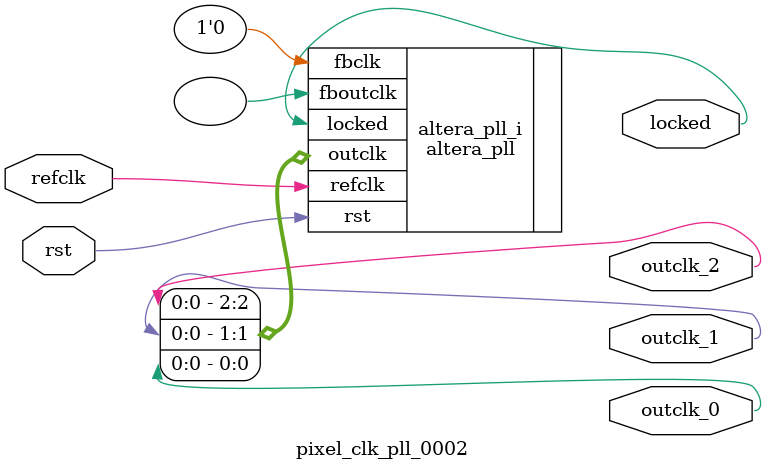
<source format=v>
`timescale 1ns/10ps
module  pixel_clk_pll_0002(

	// interface 'refclk'
	input wire refclk,

	// interface 'reset'
	input wire rst,

	// interface 'outclk0'
	output wire outclk_0,

	// interface 'outclk1'
	output wire outclk_1,

	// interface 'outclk2'
	output wire outclk_2,

	// interface 'locked'
	output wire locked
);

	altera_pll #(
		.fractional_vco_multiplier("true"),
		.reference_clock_frequency("50.0 MHz"),
		.operation_mode("direct"),
		.number_of_clocks(3),
		.output_clock_frequency0("25.174999 MHz"),
		.phase_shift0("0 ps"),
		.duty_cycle0(50),
		.output_clock_frequency1("39.983822 MHz"),
		.phase_shift1("0 ps"),
		.duty_cycle1(50),
		.output_clock_frequency2("64.735711 MHz"),
		.phase_shift2("0 ps"),
		.duty_cycle2(50),
		.output_clock_frequency3("0 MHz"),
		.phase_shift3("0 ps"),
		.duty_cycle3(50),
		.output_clock_frequency4("0 MHz"),
		.phase_shift4("0 ps"),
		.duty_cycle4(50),
		.output_clock_frequency5("0 MHz"),
		.phase_shift5("0 ps"),
		.duty_cycle5(50),
		.output_clock_frequency6("0 MHz"),
		.phase_shift6("0 ps"),
		.duty_cycle6(50),
		.output_clock_frequency7("0 MHz"),
		.phase_shift7("0 ps"),
		.duty_cycle7(50),
		.output_clock_frequency8("0 MHz"),
		.phase_shift8("0 ps"),
		.duty_cycle8(50),
		.output_clock_frequency9("0 MHz"),
		.phase_shift9("0 ps"),
		.duty_cycle9(50),
		.output_clock_frequency10("0 MHz"),
		.phase_shift10("0 ps"),
		.duty_cycle10(50),
		.output_clock_frequency11("0 MHz"),
		.phase_shift11("0 ps"),
		.duty_cycle11(50),
		.output_clock_frequency12("0 MHz"),
		.phase_shift12("0 ps"),
		.duty_cycle12(50),
		.output_clock_frequency13("0 MHz"),
		.phase_shift13("0 ps"),
		.duty_cycle13(50),
		.output_clock_frequency14("0 MHz"),
		.phase_shift14("0 ps"),
		.duty_cycle14(50),
		.output_clock_frequency15("0 MHz"),
		.phase_shift15("0 ps"),
		.duty_cycle15(50),
		.output_clock_frequency16("0 MHz"),
		.phase_shift16("0 ps"),
		.duty_cycle16(50),
		.output_clock_frequency17("0 MHz"),
		.phase_shift17("0 ps"),
		.duty_cycle17(50),
		.pll_type("General"),
		.pll_subtype("General")
	) altera_pll_i (
		.rst	(rst),
		.outclk	({outclk_2, outclk_1, outclk_0}),
		.locked	(locked),
		.fboutclk	( ),
		.fbclk	(1'b0),
		.refclk	(refclk)
	);
endmodule


</source>
